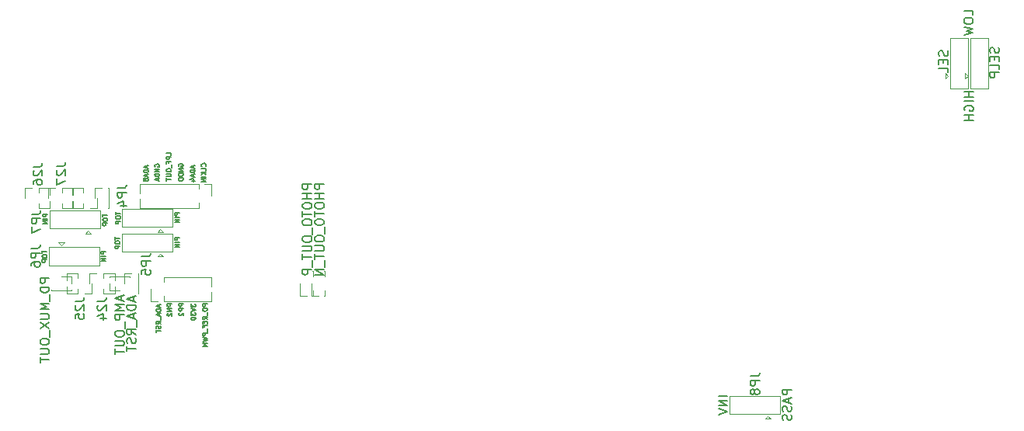
<source format=gbo>
G04 #@! TF.GenerationSoftware,KiCad,Pcbnew,(6.0.1-0)*
G04 #@! TF.CreationDate,2022-03-07T17:57:35+09:00*
G04 #@! TF.ProjectId,qLAMP-main,714c414d-502d-46d6-9169-6e2e6b696361,rev?*
G04 #@! TF.SameCoordinates,Original*
G04 #@! TF.FileFunction,Legend,Bot*
G04 #@! TF.FilePolarity,Positive*
%FSLAX46Y46*%
G04 Gerber Fmt 4.6, Leading zero omitted, Abs format (unit mm)*
G04 Created by KiCad (PCBNEW (6.0.1-0)) date 2022-03-07 17:57:35*
%MOMM*%
%LPD*%
G01*
G04 APERTURE LIST*
%ADD10C,0.127000*%
%ADD11C,0.150000*%
%ADD12C,0.149860*%
%ADD13C,0.120000*%
G04 APERTURE END LIST*
D10*
X102459809Y-108641047D02*
X101951809Y-108641047D01*
X101951809Y-108834571D01*
X101976000Y-108882952D01*
X102000190Y-108907142D01*
X102048571Y-108931333D01*
X102121142Y-108931333D01*
X102169523Y-108907142D01*
X102193714Y-108882952D01*
X102217904Y-108834571D01*
X102217904Y-108641047D01*
X102459809Y-109149047D02*
X101951809Y-109149047D01*
X101951809Y-109342571D01*
X101976000Y-109390952D01*
X102000190Y-109415142D01*
X102048571Y-109439333D01*
X102121142Y-109439333D01*
X102169523Y-109415142D01*
X102193714Y-109390952D01*
X102217904Y-109342571D01*
X102217904Y-109149047D01*
X102000190Y-109632857D02*
X101976000Y-109657047D01*
X101951809Y-109705428D01*
X101951809Y-109826380D01*
X101976000Y-109874761D01*
X102000190Y-109898952D01*
X102048571Y-109923142D01*
X102096952Y-109923142D01*
X102169523Y-109898952D01*
X102459809Y-109608666D01*
X102459809Y-109923142D01*
X103231809Y-108667047D02*
X103231809Y-108981523D01*
X103425333Y-108812190D01*
X103425333Y-108884761D01*
X103449523Y-108933142D01*
X103473714Y-108957333D01*
X103522095Y-108981523D01*
X103643047Y-108981523D01*
X103691428Y-108957333D01*
X103715619Y-108933142D01*
X103739809Y-108884761D01*
X103739809Y-108739619D01*
X103715619Y-108691238D01*
X103691428Y-108667047D01*
X103231809Y-109126666D02*
X103739809Y-109296000D01*
X103231809Y-109465333D01*
X103231809Y-109586285D02*
X103231809Y-109900761D01*
X103425333Y-109731428D01*
X103425333Y-109804000D01*
X103449523Y-109852380D01*
X103473714Y-109876571D01*
X103522095Y-109900761D01*
X103643047Y-109900761D01*
X103691428Y-109876571D01*
X103715619Y-109852380D01*
X103739809Y-109804000D01*
X103739809Y-109658857D01*
X103715619Y-109610476D01*
X103691428Y-109586285D01*
X103739809Y-110118476D02*
X103231809Y-110118476D01*
X103231809Y-110239428D01*
X103256000Y-110312000D01*
X103304380Y-110360380D01*
X103352761Y-110384571D01*
X103449523Y-110408761D01*
X103522095Y-110408761D01*
X103618857Y-110384571D01*
X103667238Y-110360380D01*
X103715619Y-110312000D01*
X103739809Y-110239428D01*
X103739809Y-110118476D01*
X87041809Y-102844761D02*
X87041809Y-103135047D01*
X87549809Y-102989904D02*
X87041809Y-102989904D01*
X87041809Y-103401142D02*
X87041809Y-103497904D01*
X87066000Y-103546285D01*
X87114380Y-103594666D01*
X87211142Y-103618857D01*
X87380476Y-103618857D01*
X87477238Y-103594666D01*
X87525619Y-103546285D01*
X87549809Y-103497904D01*
X87549809Y-103401142D01*
X87525619Y-103352761D01*
X87477238Y-103304380D01*
X87380476Y-103280190D01*
X87211142Y-103280190D01*
X87114380Y-103304380D01*
X87066000Y-103352761D01*
X87041809Y-103401142D01*
X87549809Y-103836571D02*
X87041809Y-103836571D01*
X87041809Y-104030095D01*
X87066000Y-104078476D01*
X87090190Y-104102666D01*
X87138571Y-104126857D01*
X87211142Y-104126857D01*
X87259523Y-104102666D01*
X87283714Y-104078476D01*
X87307904Y-104030095D01*
X87307904Y-103836571D01*
X99794666Y-108774380D02*
X99794666Y-109016285D01*
X99939809Y-108726000D02*
X99431809Y-108895333D01*
X99939809Y-109064666D01*
X99939809Y-109234000D02*
X99431809Y-109234000D01*
X99431809Y-109354952D01*
X99456000Y-109427523D01*
X99504380Y-109475904D01*
X99552761Y-109500095D01*
X99649523Y-109524285D01*
X99722095Y-109524285D01*
X99818857Y-109500095D01*
X99867238Y-109475904D01*
X99915619Y-109427523D01*
X99939809Y-109354952D01*
X99939809Y-109234000D01*
X99794666Y-109717809D02*
X99794666Y-109959714D01*
X99939809Y-109669428D02*
X99431809Y-109838761D01*
X99939809Y-110008095D01*
X99988190Y-110056476D02*
X99988190Y-110443523D01*
X99939809Y-110854761D02*
X99697904Y-110685428D01*
X99939809Y-110564476D02*
X99431809Y-110564476D01*
X99431809Y-110758000D01*
X99456000Y-110806380D01*
X99480190Y-110830571D01*
X99528571Y-110854761D01*
X99601142Y-110854761D01*
X99649523Y-110830571D01*
X99673714Y-110806380D01*
X99697904Y-110758000D01*
X99697904Y-110564476D01*
X99915619Y-111048285D02*
X99939809Y-111120857D01*
X99939809Y-111241809D01*
X99915619Y-111290190D01*
X99891428Y-111314380D01*
X99843047Y-111338571D01*
X99794666Y-111338571D01*
X99746285Y-111314380D01*
X99722095Y-111290190D01*
X99697904Y-111241809D01*
X99673714Y-111145047D01*
X99649523Y-111096666D01*
X99625333Y-111072476D01*
X99576952Y-111048285D01*
X99528571Y-111048285D01*
X99480190Y-111072476D01*
X99456000Y-111096666D01*
X99431809Y-111145047D01*
X99431809Y-111266000D01*
X99456000Y-111338571D01*
X99431809Y-111483714D02*
X99431809Y-111774000D01*
X99939809Y-111628857D02*
X99431809Y-111628857D01*
D11*
X95686666Y-107800952D02*
X95686666Y-108277142D01*
X95972380Y-107705714D02*
X94972380Y-108039047D01*
X95972380Y-108372380D01*
X95972380Y-108705714D02*
X94972380Y-108705714D01*
X95686666Y-109039047D01*
X94972380Y-109372380D01*
X95972380Y-109372380D01*
X95972380Y-109848571D02*
X94972380Y-109848571D01*
X94972380Y-110229523D01*
X95020000Y-110324761D01*
X95067619Y-110372380D01*
X95162857Y-110420000D01*
X95305714Y-110420000D01*
X95400952Y-110372380D01*
X95448571Y-110324761D01*
X95496190Y-110229523D01*
X95496190Y-109848571D01*
X96067619Y-110610476D02*
X96067619Y-111372380D01*
X94972380Y-111800952D02*
X94972380Y-111991428D01*
X95020000Y-112086666D01*
X95115238Y-112181904D01*
X95305714Y-112229523D01*
X95639047Y-112229523D01*
X95829523Y-112181904D01*
X95924761Y-112086666D01*
X95972380Y-111991428D01*
X95972380Y-111800952D01*
X95924761Y-111705714D01*
X95829523Y-111610476D01*
X95639047Y-111562857D01*
X95305714Y-111562857D01*
X95115238Y-111610476D01*
X95020000Y-111705714D01*
X94972380Y-111800952D01*
X94972380Y-112658095D02*
X95781904Y-112658095D01*
X95877142Y-112705714D01*
X95924761Y-112753333D01*
X95972380Y-112848571D01*
X95972380Y-113039047D01*
X95924761Y-113134285D01*
X95877142Y-113181904D01*
X95781904Y-113229523D01*
X94972380Y-113229523D01*
X94972380Y-113562857D02*
X94972380Y-114134285D01*
X95972380Y-113848571D02*
X94972380Y-113848571D01*
D10*
X93979809Y-102949904D02*
X93471809Y-102949904D01*
X93471809Y-103143428D01*
X93496000Y-103191809D01*
X93520190Y-103216000D01*
X93568571Y-103240190D01*
X93641142Y-103240190D01*
X93689523Y-103216000D01*
X93713714Y-103191809D01*
X93737904Y-103143428D01*
X93737904Y-102949904D01*
X93979809Y-103457904D02*
X93471809Y-103457904D01*
X93979809Y-103699809D02*
X93471809Y-103699809D01*
X93979809Y-103990095D01*
X93471809Y-103990095D01*
X104841428Y-93650571D02*
X104865619Y-93626380D01*
X104889809Y-93553809D01*
X104889809Y-93505428D01*
X104865619Y-93432857D01*
X104817238Y-93384476D01*
X104768857Y-93360285D01*
X104672095Y-93336095D01*
X104599523Y-93336095D01*
X104502761Y-93360285D01*
X104454380Y-93384476D01*
X104406000Y-93432857D01*
X104381809Y-93505428D01*
X104381809Y-93553809D01*
X104406000Y-93626380D01*
X104430190Y-93650571D01*
X104889809Y-94110190D02*
X104889809Y-93868285D01*
X104381809Y-93868285D01*
X104889809Y-94279523D02*
X104381809Y-94279523D01*
X104889809Y-94569809D02*
X104599523Y-94352095D01*
X104381809Y-94569809D02*
X104672095Y-94279523D01*
X104889809Y-94787523D02*
X104381809Y-94787523D01*
X104889809Y-95029428D02*
X104381809Y-95029428D01*
X104889809Y-95319714D01*
X104381809Y-95319714D01*
X105009809Y-108649809D02*
X104501809Y-108649809D01*
X104501809Y-108843333D01*
X104526000Y-108891714D01*
X104550190Y-108915904D01*
X104598571Y-108940095D01*
X104671142Y-108940095D01*
X104719523Y-108915904D01*
X104743714Y-108891714D01*
X104767904Y-108843333D01*
X104767904Y-108649809D01*
X105009809Y-109157809D02*
X104501809Y-109157809D01*
X104501809Y-109278761D01*
X104526000Y-109351333D01*
X104574380Y-109399714D01*
X104622761Y-109423904D01*
X104719523Y-109448095D01*
X104792095Y-109448095D01*
X104888857Y-109423904D01*
X104937238Y-109399714D01*
X104985619Y-109351333D01*
X105009809Y-109278761D01*
X105009809Y-109157809D01*
X105058190Y-109544857D02*
X105058190Y-109931904D01*
X105009809Y-110343142D02*
X104767904Y-110173809D01*
X105009809Y-110052857D02*
X104501809Y-110052857D01*
X104501809Y-110246380D01*
X104526000Y-110294761D01*
X104550190Y-110318952D01*
X104598571Y-110343142D01*
X104671142Y-110343142D01*
X104719523Y-110318952D01*
X104743714Y-110294761D01*
X104767904Y-110246380D01*
X104767904Y-110052857D01*
X104743714Y-110560857D02*
X104743714Y-110730190D01*
X105009809Y-110802761D02*
X105009809Y-110560857D01*
X104501809Y-110560857D01*
X104501809Y-110802761D01*
X104743714Y-111189809D02*
X104743714Y-111020476D01*
X105009809Y-111020476D02*
X104501809Y-111020476D01*
X104501809Y-111262380D01*
X105058190Y-111334952D02*
X105058190Y-111722000D01*
X105009809Y-111842952D02*
X104501809Y-111842952D01*
X104501809Y-112036476D01*
X104526000Y-112084857D01*
X104550190Y-112109047D01*
X104598571Y-112133238D01*
X104671142Y-112133238D01*
X104719523Y-112109047D01*
X104743714Y-112084857D01*
X104767904Y-112036476D01*
X104767904Y-111842952D01*
X104501809Y-112302571D02*
X105009809Y-112423523D01*
X104646952Y-112520285D01*
X105009809Y-112617047D01*
X104501809Y-112738000D01*
X105009809Y-112931523D02*
X104501809Y-112931523D01*
X104864666Y-113100857D01*
X104501809Y-113270190D01*
X105009809Y-113270190D01*
D11*
X185694761Y-81057142D02*
X185742380Y-81200000D01*
X185742380Y-81438095D01*
X185694761Y-81533333D01*
X185647142Y-81580952D01*
X185551904Y-81628571D01*
X185456666Y-81628571D01*
X185361428Y-81580952D01*
X185313809Y-81533333D01*
X185266190Y-81438095D01*
X185218571Y-81247619D01*
X185170952Y-81152380D01*
X185123333Y-81104761D01*
X185028095Y-81057142D01*
X184932857Y-81057142D01*
X184837619Y-81104761D01*
X184790000Y-81152380D01*
X184742380Y-81247619D01*
X184742380Y-81485714D01*
X184790000Y-81628571D01*
X185218571Y-82057142D02*
X185218571Y-82390476D01*
X185742380Y-82533333D02*
X185742380Y-82057142D01*
X184742380Y-82057142D01*
X184742380Y-82533333D01*
X185742380Y-83438095D02*
X185742380Y-82961904D01*
X184742380Y-82961904D01*
X188512380Y-85522380D02*
X187512380Y-85522380D01*
X187988571Y-85522380D02*
X187988571Y-86093809D01*
X188512380Y-86093809D02*
X187512380Y-86093809D01*
X188512380Y-86570000D02*
X187512380Y-86570000D01*
X187560000Y-87570000D02*
X187512380Y-87474761D01*
X187512380Y-87331904D01*
X187560000Y-87189047D01*
X187655238Y-87093809D01*
X187750476Y-87046190D01*
X187940952Y-86998571D01*
X188083809Y-86998571D01*
X188274285Y-87046190D01*
X188369523Y-87093809D01*
X188464761Y-87189047D01*
X188512380Y-87331904D01*
X188512380Y-87427142D01*
X188464761Y-87570000D01*
X188417142Y-87617619D01*
X188083809Y-87617619D01*
X188083809Y-87427142D01*
X188512380Y-88046190D02*
X187512380Y-88046190D01*
X187988571Y-88046190D02*
X187988571Y-88617619D01*
X188512380Y-88617619D02*
X187512380Y-88617619D01*
D10*
X101999809Y-101429904D02*
X101491809Y-101429904D01*
X101491809Y-101623428D01*
X101516000Y-101671809D01*
X101540190Y-101696000D01*
X101588571Y-101720190D01*
X101661142Y-101720190D01*
X101709523Y-101696000D01*
X101733714Y-101671809D01*
X101757904Y-101623428D01*
X101757904Y-101429904D01*
X101999809Y-101937904D02*
X101491809Y-101937904D01*
X101999809Y-102179809D02*
X101491809Y-102179809D01*
X101999809Y-102470095D01*
X101491809Y-102470095D01*
X95001809Y-101374761D02*
X95001809Y-101665047D01*
X95509809Y-101519904D02*
X95001809Y-101519904D01*
X95001809Y-101931142D02*
X95001809Y-102027904D01*
X95026000Y-102076285D01*
X95074380Y-102124666D01*
X95171142Y-102148857D01*
X95340476Y-102148857D01*
X95437238Y-102124666D01*
X95485619Y-102076285D01*
X95509809Y-102027904D01*
X95509809Y-101931142D01*
X95485619Y-101882761D01*
X95437238Y-101834380D01*
X95340476Y-101810190D01*
X95171142Y-101810190D01*
X95074380Y-101834380D01*
X95026000Y-101882761D01*
X95001809Y-101931142D01*
X95509809Y-102366571D02*
X95001809Y-102366571D01*
X95001809Y-102560095D01*
X95026000Y-102608476D01*
X95050190Y-102632666D01*
X95098571Y-102656857D01*
X95171142Y-102656857D01*
X95219523Y-102632666D01*
X95243714Y-102608476D01*
X95267904Y-102560095D01*
X95267904Y-102366571D01*
X101959809Y-98739904D02*
X101451809Y-98739904D01*
X101451809Y-98933428D01*
X101476000Y-98981809D01*
X101500190Y-99006000D01*
X101548571Y-99030190D01*
X101621142Y-99030190D01*
X101669523Y-99006000D01*
X101693714Y-98981809D01*
X101717904Y-98933428D01*
X101717904Y-98739904D01*
X101959809Y-99247904D02*
X101451809Y-99247904D01*
X101959809Y-99489809D02*
X101451809Y-99489809D01*
X101959809Y-99780095D01*
X101451809Y-99780095D01*
D11*
X117752374Y-95601428D02*
X116752374Y-95601428D01*
X116752374Y-95982380D01*
X116799994Y-96077619D01*
X116847613Y-96125238D01*
X116942851Y-96172857D01*
X117085708Y-96172857D01*
X117180946Y-96125238D01*
X117228565Y-96077619D01*
X117276184Y-95982380D01*
X117276184Y-95601428D01*
X117752374Y-96601428D02*
X116752374Y-96601428D01*
X117228565Y-96601428D02*
X117228565Y-97172857D01*
X117752374Y-97172857D02*
X116752374Y-97172857D01*
X116752374Y-97839523D02*
X116752374Y-98030000D01*
X116799994Y-98125238D01*
X116895232Y-98220476D01*
X117085708Y-98268095D01*
X117419041Y-98268095D01*
X117609517Y-98220476D01*
X117704755Y-98125238D01*
X117752374Y-98030000D01*
X117752374Y-97839523D01*
X117704755Y-97744285D01*
X117609517Y-97649047D01*
X117419041Y-97601428D01*
X117085708Y-97601428D01*
X116895232Y-97649047D01*
X116799994Y-97744285D01*
X116752374Y-97839523D01*
X116752374Y-98553809D02*
X116752374Y-99125238D01*
X117752374Y-98839523D02*
X116752374Y-98839523D01*
X116752374Y-99649047D02*
X116752374Y-99839523D01*
X116799994Y-99934761D01*
X116895232Y-100030000D01*
X117085708Y-100077619D01*
X117419041Y-100077619D01*
X117609517Y-100030000D01*
X117704755Y-99934761D01*
X117752374Y-99839523D01*
X117752374Y-99649047D01*
X117704755Y-99553809D01*
X117609517Y-99458571D01*
X117419041Y-99410952D01*
X117085708Y-99410952D01*
X116895232Y-99458571D01*
X116799994Y-99553809D01*
X116752374Y-99649047D01*
X117847613Y-100268095D02*
X117847613Y-101030000D01*
X116752374Y-101458571D02*
X116752374Y-101649047D01*
X116799994Y-101744285D01*
X116895232Y-101839523D01*
X117085708Y-101887142D01*
X117419041Y-101887142D01*
X117609517Y-101839523D01*
X117704755Y-101744285D01*
X117752374Y-101649047D01*
X117752374Y-101458571D01*
X117704755Y-101363333D01*
X117609517Y-101268095D01*
X117419041Y-101220476D01*
X117085708Y-101220476D01*
X116895232Y-101268095D01*
X116799994Y-101363333D01*
X116752374Y-101458571D01*
X116752374Y-102315714D02*
X117561898Y-102315714D01*
X117657136Y-102363333D01*
X117704755Y-102410952D01*
X117752374Y-102506190D01*
X117752374Y-102696666D01*
X117704755Y-102791904D01*
X117657136Y-102839523D01*
X117561898Y-102887142D01*
X116752374Y-102887142D01*
X116752374Y-103220476D02*
X116752374Y-103791904D01*
X117752374Y-103506190D02*
X116752374Y-103506190D01*
X117847613Y-103887142D02*
X117847613Y-104649047D01*
X117752374Y-104887142D02*
X116752374Y-104887142D01*
X117752374Y-105458571D01*
X116752374Y-105458571D01*
D10*
X87639809Y-98859904D02*
X87131809Y-98859904D01*
X87131809Y-99053428D01*
X87156000Y-99101809D01*
X87180190Y-99126000D01*
X87228571Y-99150190D01*
X87301142Y-99150190D01*
X87349523Y-99126000D01*
X87373714Y-99101809D01*
X87397904Y-99053428D01*
X87397904Y-98859904D01*
X87639809Y-99367904D02*
X87131809Y-99367904D01*
X87639809Y-99609809D02*
X87131809Y-99609809D01*
X87639809Y-99900095D01*
X87131809Y-99900095D01*
D11*
X191264761Y-80717142D02*
X191312380Y-80860000D01*
X191312380Y-81098095D01*
X191264761Y-81193333D01*
X191217142Y-81240952D01*
X191121904Y-81288571D01*
X191026666Y-81288571D01*
X190931428Y-81240952D01*
X190883809Y-81193333D01*
X190836190Y-81098095D01*
X190788571Y-80907619D01*
X190740952Y-80812380D01*
X190693333Y-80764761D01*
X190598095Y-80717142D01*
X190502857Y-80717142D01*
X190407619Y-80764761D01*
X190360000Y-80812380D01*
X190312380Y-80907619D01*
X190312380Y-81145714D01*
X190360000Y-81288571D01*
X190788571Y-81717142D02*
X190788571Y-82050476D01*
X191312380Y-82193333D02*
X191312380Y-81717142D01*
X190312380Y-81717142D01*
X190312380Y-82193333D01*
X191312380Y-83098095D02*
X191312380Y-82621904D01*
X190312380Y-82621904D01*
X191312380Y-83431428D02*
X190312380Y-83431428D01*
X190312380Y-83812380D01*
X190360000Y-83907619D01*
X190407619Y-83955238D01*
X190502857Y-84002857D01*
X190645714Y-84002857D01*
X190740952Y-83955238D01*
X190788571Y-83907619D01*
X190836190Y-83812380D01*
X190836190Y-83431428D01*
D10*
X95061809Y-98644761D02*
X95061809Y-98935047D01*
X95569809Y-98789904D02*
X95061809Y-98789904D01*
X95061809Y-99201142D02*
X95061809Y-99297904D01*
X95086000Y-99346285D01*
X95134380Y-99394666D01*
X95231142Y-99418857D01*
X95400476Y-99418857D01*
X95497238Y-99394666D01*
X95545619Y-99346285D01*
X95569809Y-99297904D01*
X95569809Y-99201142D01*
X95545619Y-99152761D01*
X95497238Y-99104380D01*
X95400476Y-99080190D01*
X95231142Y-99080190D01*
X95134380Y-99104380D01*
X95086000Y-99152761D01*
X95061809Y-99201142D01*
X95569809Y-99636571D02*
X95061809Y-99636571D01*
X95061809Y-99830095D01*
X95086000Y-99878476D01*
X95110190Y-99902666D01*
X95158571Y-99926857D01*
X95231142Y-99926857D01*
X95279523Y-99902666D01*
X95303714Y-99878476D01*
X95327904Y-99830095D01*
X95327904Y-99636571D01*
X101189809Y-108648952D02*
X100681809Y-108648952D01*
X100681809Y-108842476D01*
X100706000Y-108890857D01*
X100730190Y-108915047D01*
X100778571Y-108939238D01*
X100851142Y-108939238D01*
X100899523Y-108915047D01*
X100923714Y-108890857D01*
X100947904Y-108842476D01*
X100947904Y-108648952D01*
X101189809Y-109156952D02*
X100681809Y-109156952D01*
X101189809Y-109447238D01*
X100681809Y-109447238D01*
X100730190Y-109664952D02*
X100706000Y-109689142D01*
X100681809Y-109737523D01*
X100681809Y-109858476D01*
X100706000Y-109906857D01*
X100730190Y-109931047D01*
X100778571Y-109955238D01*
X100826952Y-109955238D01*
X100899523Y-109931047D01*
X101189809Y-109640761D01*
X101189809Y-109955238D01*
X98454675Y-93575425D02*
X98454675Y-93817330D01*
X98599818Y-93527044D02*
X98091818Y-93696377D01*
X98599818Y-93865711D01*
X98599818Y-94035044D02*
X98091818Y-94035044D01*
X98091818Y-94155997D01*
X98116009Y-94228568D01*
X98164389Y-94276949D01*
X98212770Y-94301139D01*
X98309532Y-94325330D01*
X98382104Y-94325330D01*
X98478866Y-94301139D01*
X98527247Y-94276949D01*
X98575628Y-94228568D01*
X98599818Y-94155997D01*
X98599818Y-94035044D01*
X98454675Y-94518854D02*
X98454675Y-94760758D01*
X98599818Y-94470473D02*
X98091818Y-94639806D01*
X98599818Y-94809139D01*
X98309532Y-95051044D02*
X98285342Y-95002663D01*
X98261151Y-94978473D01*
X98212770Y-94954282D01*
X98188580Y-94954282D01*
X98140199Y-94978473D01*
X98116009Y-95002663D01*
X98091818Y-95051044D01*
X98091818Y-95147806D01*
X98116009Y-95196187D01*
X98140199Y-95220377D01*
X98188580Y-95244568D01*
X98212770Y-95244568D01*
X98261151Y-95220377D01*
X98285342Y-95196187D01*
X98309532Y-95147806D01*
X98309532Y-95051044D01*
X98333723Y-95002663D01*
X98357913Y-94978473D01*
X98406294Y-94954282D01*
X98503056Y-94954282D01*
X98551437Y-94978473D01*
X98575628Y-95002663D01*
X98599818Y-95051044D01*
X98599818Y-95147806D01*
X98575628Y-95196187D01*
X98551437Y-95220377D01*
X98503056Y-95244568D01*
X98406294Y-95244568D01*
X98357913Y-95220377D01*
X98333723Y-95196187D01*
X98309532Y-95147806D01*
D12*
X161722390Y-118697621D02*
X160722390Y-118697621D01*
X161722390Y-119173811D02*
X160722390Y-119173811D01*
X161722390Y-119745240D01*
X160722390Y-119745240D01*
X160722390Y-120078573D02*
X161722390Y-120411906D01*
X160722390Y-120745240D01*
D11*
X96966676Y-107915235D02*
X96966676Y-108391425D01*
X97252390Y-107819997D02*
X96252390Y-108153330D01*
X97252390Y-108486663D01*
X97252390Y-108819997D02*
X96252390Y-108819997D01*
X96252390Y-109058092D01*
X96300010Y-109200949D01*
X96395248Y-109296187D01*
X96490486Y-109343806D01*
X96680962Y-109391425D01*
X96823819Y-109391425D01*
X97014295Y-109343806D01*
X97109533Y-109296187D01*
X97204771Y-109200949D01*
X97252390Y-109058092D01*
X97252390Y-108819997D01*
X96966676Y-109772377D02*
X96966676Y-110248568D01*
X97252390Y-109677139D02*
X96252390Y-110010473D01*
X97252390Y-110343806D01*
X97347629Y-110439044D02*
X97347629Y-111200949D01*
X97252390Y-112010473D02*
X96776200Y-111677139D01*
X97252390Y-111439044D02*
X96252390Y-111439044D01*
X96252390Y-111819997D01*
X96300010Y-111915235D01*
X96347629Y-111962854D01*
X96442867Y-112010473D01*
X96585724Y-112010473D01*
X96680962Y-111962854D01*
X96728581Y-111915235D01*
X96776200Y-111819997D01*
X96776200Y-111439044D01*
X97204771Y-112391425D02*
X97252390Y-112534282D01*
X97252390Y-112772377D01*
X97204771Y-112867616D01*
X97157152Y-112915235D01*
X97061914Y-112962854D01*
X96966676Y-112962854D01*
X96871438Y-112915235D01*
X96823819Y-112867616D01*
X96776200Y-112772377D01*
X96728581Y-112581901D01*
X96680962Y-112486663D01*
X96633343Y-112439044D01*
X96538105Y-112391425D01*
X96442867Y-112391425D01*
X96347629Y-112439044D01*
X96300010Y-112486663D01*
X96252390Y-112581901D01*
X96252390Y-112819997D01*
X96300010Y-112962854D01*
X96252390Y-113248568D02*
X96252390Y-113819997D01*
X97252390Y-113534282D02*
X96252390Y-113534282D01*
D10*
X93651809Y-98854761D02*
X93651809Y-99145047D01*
X94159809Y-98999904D02*
X93651809Y-98999904D01*
X93651809Y-99411142D02*
X93651809Y-99507904D01*
X93676000Y-99556285D01*
X93724380Y-99604666D01*
X93821142Y-99628857D01*
X93990476Y-99628857D01*
X94087238Y-99604666D01*
X94135619Y-99556285D01*
X94159809Y-99507904D01*
X94159809Y-99411142D01*
X94135619Y-99362761D01*
X94087238Y-99314380D01*
X93990476Y-99290190D01*
X93821142Y-99290190D01*
X93724380Y-99314380D01*
X93676000Y-99362761D01*
X93651809Y-99411142D01*
X94159809Y-99846571D02*
X93651809Y-99846571D01*
X93651809Y-100040095D01*
X93676000Y-100088476D01*
X93700190Y-100112666D01*
X93748571Y-100136857D01*
X93821142Y-100136857D01*
X93869523Y-100112666D01*
X93893714Y-100088476D01*
X93917904Y-100040095D01*
X93917904Y-99846571D01*
D11*
X188482380Y-77174285D02*
X188482380Y-76698095D01*
X187482380Y-76698095D01*
X187482380Y-77698095D02*
X187482380Y-77888571D01*
X187530000Y-77983809D01*
X187625238Y-78079047D01*
X187815714Y-78126666D01*
X188149047Y-78126666D01*
X188339523Y-78079047D01*
X188434761Y-77983809D01*
X188482380Y-77888571D01*
X188482380Y-77698095D01*
X188434761Y-77602857D01*
X188339523Y-77507619D01*
X188149047Y-77460000D01*
X187815714Y-77460000D01*
X187625238Y-77507619D01*
X187530000Y-77602857D01*
X187482380Y-77698095D01*
X187482380Y-78460000D02*
X188482380Y-78698095D01*
X187768095Y-78888571D01*
X188482380Y-79079047D01*
X187482380Y-79317142D01*
D10*
X103514660Y-93605422D02*
X103514660Y-93847327D01*
X103659803Y-93557041D02*
X103151803Y-93726374D01*
X103659803Y-93895708D01*
X103659803Y-94065041D02*
X103151803Y-94065041D01*
X103151803Y-94185994D01*
X103175994Y-94258565D01*
X103224374Y-94306946D01*
X103272755Y-94331136D01*
X103369517Y-94355327D01*
X103442089Y-94355327D01*
X103538851Y-94331136D01*
X103587232Y-94306946D01*
X103635613Y-94258565D01*
X103659803Y-94185994D01*
X103659803Y-94065041D01*
X103514660Y-94548851D02*
X103514660Y-94790755D01*
X103659803Y-94500470D02*
X103151803Y-94669803D01*
X103659803Y-94839136D01*
X103321136Y-95226184D02*
X103659803Y-95226184D01*
X103127613Y-95105232D02*
X103490470Y-94984279D01*
X103490470Y-95298755D01*
D12*
X87802370Y-105836193D02*
X86802370Y-105836193D01*
X86802370Y-106217145D01*
X86849990Y-106312383D01*
X86897609Y-106360003D01*
X86992847Y-106407622D01*
X87135704Y-106407622D01*
X87230942Y-106360003D01*
X87278561Y-106312383D01*
X87326180Y-106217145D01*
X87326180Y-105836193D01*
X87802370Y-106836193D02*
X86802370Y-106836193D01*
X86802370Y-107074288D01*
X86849990Y-107217145D01*
X86945228Y-107312383D01*
X87040466Y-107360003D01*
X87230942Y-107407622D01*
X87373799Y-107407622D01*
X87564275Y-107360003D01*
X87659513Y-107312383D01*
X87754751Y-107217145D01*
X87802370Y-107074288D01*
X87802370Y-106836193D01*
X87897609Y-107598098D02*
X87897609Y-108360003D01*
X87802370Y-108598098D02*
X86802370Y-108598098D01*
X87516656Y-108931431D01*
X86802370Y-109264764D01*
X87802370Y-109264764D01*
X86802370Y-109740955D02*
X87611894Y-109740955D01*
X87707132Y-109788574D01*
X87754751Y-109836193D01*
X87802370Y-109931431D01*
X87802370Y-110121907D01*
X87754751Y-110217145D01*
X87707132Y-110264764D01*
X87611894Y-110312383D01*
X86802370Y-110312383D01*
X86802370Y-110693336D02*
X87802370Y-111360003D01*
X86802370Y-111360003D02*
X87802370Y-110693336D01*
X87897609Y-111502860D02*
X87897609Y-112264764D01*
X86802370Y-112693336D02*
X86802370Y-112883812D01*
X86849990Y-112979050D01*
X86945228Y-113074288D01*
X87135704Y-113121907D01*
X87469037Y-113121907D01*
X87659513Y-113074288D01*
X87754751Y-112979050D01*
X87802370Y-112883812D01*
X87802370Y-112693336D01*
X87754751Y-112598098D01*
X87659513Y-112502860D01*
X87469037Y-112455241D01*
X87135704Y-112455241D01*
X86945228Y-112502860D01*
X86849990Y-112598098D01*
X86802370Y-112693336D01*
X86802370Y-113550479D02*
X87611894Y-113550479D01*
X87707132Y-113598098D01*
X87754751Y-113645717D01*
X87802370Y-113740955D01*
X87802370Y-113931431D01*
X87754751Y-114026669D01*
X87707132Y-114074288D01*
X87611894Y-114121907D01*
X86802370Y-114121907D01*
X86802370Y-114455241D02*
X86802370Y-115026669D01*
X87802370Y-114740955D02*
X86802370Y-114740955D01*
X86052385Y-93700472D02*
X86766671Y-93700472D01*
X86909528Y-93652853D01*
X87004766Y-93557615D01*
X87052385Y-93414757D01*
X87052385Y-93319519D01*
X86147624Y-94129043D02*
X86100005Y-94176662D01*
X86052385Y-94271900D01*
X86052385Y-94509996D01*
X86100005Y-94605234D01*
X86147624Y-94652853D01*
X86242862Y-94700472D01*
X86338100Y-94700472D01*
X86480957Y-94652853D01*
X87052385Y-94081424D01*
X87052385Y-94700472D01*
X86052385Y-95557615D02*
X86052385Y-95367138D01*
X86100005Y-95271900D01*
X86147624Y-95224281D01*
X86290481Y-95129043D01*
X86480957Y-95081424D01*
X86861909Y-95081424D01*
X86957147Y-95129043D01*
X87004766Y-95176662D01*
X87052385Y-95271900D01*
X87052385Y-95462376D01*
X87004766Y-95557615D01*
X86957147Y-95605234D01*
X86861909Y-95652853D01*
X86623814Y-95652853D01*
X86528576Y-95605234D01*
X86480957Y-95557615D01*
X86433338Y-95462376D01*
X86433338Y-95271900D01*
X86480957Y-95176662D01*
X86528576Y-95129043D01*
X86623814Y-95081424D01*
D10*
X99336000Y-93705238D02*
X99311809Y-93656857D01*
X99311809Y-93584285D01*
X99336000Y-93511714D01*
X99384380Y-93463333D01*
X99432761Y-93439142D01*
X99529523Y-93414952D01*
X99602095Y-93414952D01*
X99698857Y-93439142D01*
X99747238Y-93463333D01*
X99795619Y-93511714D01*
X99819809Y-93584285D01*
X99819809Y-93632666D01*
X99795619Y-93705238D01*
X99771428Y-93729428D01*
X99602095Y-93729428D01*
X99602095Y-93632666D01*
X99819809Y-93947142D02*
X99311809Y-93947142D01*
X99819809Y-94237428D01*
X99311809Y-94237428D01*
X99819809Y-94479333D02*
X99311809Y-94479333D01*
X99311809Y-94600285D01*
X99336000Y-94672857D01*
X99384380Y-94721238D01*
X99432761Y-94745428D01*
X99529523Y-94769619D01*
X99602095Y-94769619D01*
X99698857Y-94745428D01*
X99747238Y-94721238D01*
X99795619Y-94672857D01*
X99819809Y-94600285D01*
X99819809Y-94479333D01*
X99674666Y-94963142D02*
X99674666Y-95205047D01*
X99819809Y-94914761D02*
X99311809Y-95084095D01*
X99819809Y-95253428D01*
D11*
X116412380Y-95625238D02*
X115412380Y-95625238D01*
X115412380Y-96006190D01*
X115460000Y-96101428D01*
X115507619Y-96149047D01*
X115602857Y-96196666D01*
X115745714Y-96196666D01*
X115840952Y-96149047D01*
X115888571Y-96101428D01*
X115936190Y-96006190D01*
X115936190Y-95625238D01*
X116412380Y-96625238D02*
X115412380Y-96625238D01*
X115888571Y-96625238D02*
X115888571Y-97196666D01*
X116412380Y-97196666D02*
X115412380Y-97196666D01*
X115412380Y-97863333D02*
X115412380Y-98053809D01*
X115460000Y-98149047D01*
X115555238Y-98244285D01*
X115745714Y-98291904D01*
X116079047Y-98291904D01*
X116269523Y-98244285D01*
X116364761Y-98149047D01*
X116412380Y-98053809D01*
X116412380Y-97863333D01*
X116364761Y-97768095D01*
X116269523Y-97672857D01*
X116079047Y-97625238D01*
X115745714Y-97625238D01*
X115555238Y-97672857D01*
X115460000Y-97768095D01*
X115412380Y-97863333D01*
X115412380Y-98577619D02*
X115412380Y-99149047D01*
X116412380Y-98863333D02*
X115412380Y-98863333D01*
X115412380Y-99672857D02*
X115412380Y-99863333D01*
X115460000Y-99958571D01*
X115555238Y-100053809D01*
X115745714Y-100101428D01*
X116079047Y-100101428D01*
X116269523Y-100053809D01*
X116364761Y-99958571D01*
X116412380Y-99863333D01*
X116412380Y-99672857D01*
X116364761Y-99577619D01*
X116269523Y-99482380D01*
X116079047Y-99434761D01*
X115745714Y-99434761D01*
X115555238Y-99482380D01*
X115460000Y-99577619D01*
X115412380Y-99672857D01*
X116507619Y-100291904D02*
X116507619Y-101053809D01*
X115412380Y-101482380D02*
X115412380Y-101672857D01*
X115460000Y-101768095D01*
X115555238Y-101863333D01*
X115745714Y-101910952D01*
X116079047Y-101910952D01*
X116269523Y-101863333D01*
X116364761Y-101768095D01*
X116412380Y-101672857D01*
X116412380Y-101482380D01*
X116364761Y-101387142D01*
X116269523Y-101291904D01*
X116079047Y-101244285D01*
X115745714Y-101244285D01*
X115555238Y-101291904D01*
X115460000Y-101387142D01*
X115412380Y-101482380D01*
X115412380Y-102339523D02*
X116221904Y-102339523D01*
X116317142Y-102387142D01*
X116364761Y-102434761D01*
X116412380Y-102530000D01*
X116412380Y-102720476D01*
X116364761Y-102815714D01*
X116317142Y-102863333D01*
X116221904Y-102910952D01*
X115412380Y-102910952D01*
X115412380Y-103244285D02*
X115412380Y-103815714D01*
X116412380Y-103530000D02*
X115412380Y-103530000D01*
X116507619Y-103910952D02*
X116507619Y-104672857D01*
X116412380Y-104910952D02*
X115412380Y-104910952D01*
X115412380Y-105291904D01*
X115460000Y-105387142D01*
X115507619Y-105434761D01*
X115602857Y-105482380D01*
X115745714Y-105482380D01*
X115840952Y-105434761D01*
X115888571Y-105387142D01*
X115936190Y-105291904D01*
X115936190Y-104910952D01*
D10*
X101095800Y-92461297D02*
X101095800Y-92219392D01*
X100587800Y-92219392D01*
X101095800Y-92630631D02*
X100587800Y-92630631D01*
X100587800Y-92824154D01*
X100611991Y-92872535D01*
X100636181Y-92896726D01*
X100684562Y-92920916D01*
X100757133Y-92920916D01*
X100805514Y-92896726D01*
X100829705Y-92872535D01*
X100853895Y-92824154D01*
X100853895Y-92630631D01*
X100829705Y-93307964D02*
X100829705Y-93138631D01*
X101095800Y-93138631D02*
X100587800Y-93138631D01*
X100587800Y-93380535D01*
X101144181Y-93453107D02*
X101144181Y-93840154D01*
X100587800Y-94057869D02*
X100587800Y-94154631D01*
X100611991Y-94203012D01*
X100660371Y-94251392D01*
X100757133Y-94275583D01*
X100926467Y-94275583D01*
X101023229Y-94251392D01*
X101071610Y-94203012D01*
X101095800Y-94154631D01*
X101095800Y-94057869D01*
X101071610Y-94009488D01*
X101023229Y-93961107D01*
X100926467Y-93936916D01*
X100757133Y-93936916D01*
X100660371Y-93961107D01*
X100611991Y-94009488D01*
X100587800Y-94057869D01*
X100587800Y-94493297D02*
X100999038Y-94493297D01*
X101047419Y-94517488D01*
X101071610Y-94541678D01*
X101095800Y-94590059D01*
X101095800Y-94686821D01*
X101071610Y-94735202D01*
X101047419Y-94759392D01*
X100999038Y-94783583D01*
X100587800Y-94783583D01*
X100587800Y-94952916D02*
X100587800Y-95243202D01*
X101095800Y-95098059D02*
X100587800Y-95098059D01*
D12*
X168702386Y-117987154D02*
X167702386Y-117987154D01*
X167702386Y-118368107D01*
X167750006Y-118463345D01*
X167797625Y-118510964D01*
X167892863Y-118558583D01*
X168035720Y-118558583D01*
X168130958Y-118510964D01*
X168178577Y-118463345D01*
X168226196Y-118368107D01*
X168226196Y-117987154D01*
X168416672Y-118939535D02*
X168416672Y-119415726D01*
X168702386Y-118844297D02*
X167702386Y-119177631D01*
X168702386Y-119510964D01*
X168654767Y-119796678D02*
X168702386Y-119939535D01*
X168702386Y-120177631D01*
X168654767Y-120272869D01*
X168607148Y-120320488D01*
X168511910Y-120368107D01*
X168416672Y-120368107D01*
X168321434Y-120320488D01*
X168273815Y-120272869D01*
X168226196Y-120177631D01*
X168178577Y-119987154D01*
X168130958Y-119891916D01*
X168083339Y-119844297D01*
X167988101Y-119796678D01*
X167892863Y-119796678D01*
X167797625Y-119844297D01*
X167750006Y-119891916D01*
X167702386Y-119987154D01*
X167702386Y-120225250D01*
X167750006Y-120368107D01*
X168654767Y-120749059D02*
X168702386Y-120891916D01*
X168702386Y-121130012D01*
X168654767Y-121225250D01*
X168607148Y-121272869D01*
X168511910Y-121320488D01*
X168416672Y-121320488D01*
X168321434Y-121272869D01*
X168273815Y-121225250D01*
X168226196Y-121130012D01*
X168178577Y-120939535D01*
X168130958Y-120844297D01*
X168083339Y-120796678D01*
X167988101Y-120749059D01*
X167892863Y-120749059D01*
X167797625Y-120796678D01*
X167750006Y-120844297D01*
X167702386Y-120939535D01*
X167702386Y-121177631D01*
X167750006Y-121320488D01*
D10*
X101916000Y-93668952D02*
X101891809Y-93620571D01*
X101891809Y-93548000D01*
X101916000Y-93475428D01*
X101964380Y-93427047D01*
X102012761Y-93402857D01*
X102109523Y-93378666D01*
X102182095Y-93378666D01*
X102278857Y-93402857D01*
X102327238Y-93427047D01*
X102375619Y-93475428D01*
X102399809Y-93548000D01*
X102399809Y-93596380D01*
X102375619Y-93668952D01*
X102351428Y-93693142D01*
X102182095Y-93693142D01*
X102182095Y-93596380D01*
X102399809Y-93910857D02*
X101891809Y-93910857D01*
X102399809Y-94201142D01*
X101891809Y-94201142D01*
X102399809Y-94443047D02*
X101891809Y-94443047D01*
X101891809Y-94564000D01*
X101916000Y-94636571D01*
X101964380Y-94684952D01*
X102012761Y-94709142D01*
X102109523Y-94733333D01*
X102182095Y-94733333D01*
X102278857Y-94709142D01*
X102327238Y-94684952D01*
X102375619Y-94636571D01*
X102399809Y-94564000D01*
X102399809Y-94443047D01*
X102399809Y-94951047D02*
X101891809Y-94951047D01*
X101891809Y-95072000D01*
X101916000Y-95144571D01*
X101964380Y-95192952D01*
X102012761Y-95217142D01*
X102109523Y-95241333D01*
X102182095Y-95241333D01*
X102278857Y-95217142D01*
X102327238Y-95192952D01*
X102375619Y-95144571D01*
X102399809Y-95072000D01*
X102399809Y-94951047D01*
D11*
X85872380Y-98876666D02*
X86586666Y-98876666D01*
X86729523Y-98829047D01*
X86824761Y-98733809D01*
X86872380Y-98590952D01*
X86872380Y-98495714D01*
X86872380Y-99352857D02*
X85872380Y-99352857D01*
X85872380Y-99733809D01*
X85920000Y-99829047D01*
X85967619Y-99876666D01*
X86062857Y-99924285D01*
X86205714Y-99924285D01*
X86300952Y-99876666D01*
X86348571Y-99829047D01*
X86396190Y-99733809D01*
X86396190Y-99352857D01*
X85872380Y-100257619D02*
X85872380Y-100924285D01*
X86872380Y-100495714D01*
X85812380Y-102616666D02*
X86526666Y-102616666D01*
X86669523Y-102569047D01*
X86764761Y-102473809D01*
X86812380Y-102330952D01*
X86812380Y-102235714D01*
X86812380Y-103092857D02*
X85812380Y-103092857D01*
X85812380Y-103473809D01*
X85860000Y-103569047D01*
X85907619Y-103616666D01*
X86002857Y-103664285D01*
X86145714Y-103664285D01*
X86240952Y-103616666D01*
X86288571Y-103569047D01*
X86336190Y-103473809D01*
X86336190Y-103092857D01*
X85812380Y-104521428D02*
X85812380Y-104330952D01*
X85860000Y-104235714D01*
X85907619Y-104188095D01*
X86050476Y-104092857D01*
X86240952Y-104045238D01*
X86621904Y-104045238D01*
X86717142Y-104092857D01*
X86764761Y-104140476D01*
X86812380Y-104235714D01*
X86812380Y-104426190D01*
X86764761Y-104521428D01*
X86717142Y-104569047D01*
X86621904Y-104616666D01*
X86383809Y-104616666D01*
X86288571Y-104569047D01*
X86240952Y-104521428D01*
X86193333Y-104426190D01*
X86193333Y-104235714D01*
X86240952Y-104140476D01*
X86288571Y-104092857D01*
X86383809Y-104045238D01*
X95229742Y-96026666D02*
X95944028Y-96026666D01*
X96086885Y-95979047D01*
X96182123Y-95883809D01*
X96229742Y-95740952D01*
X96229742Y-95645714D01*
X96229742Y-96502857D02*
X95229742Y-96502857D01*
X95229742Y-96883809D01*
X95277362Y-96979047D01*
X95324981Y-97026666D01*
X95420219Y-97074285D01*
X95563076Y-97074285D01*
X95658314Y-97026666D01*
X95705933Y-96979047D01*
X95753552Y-96883809D01*
X95753552Y-96502857D01*
X95563076Y-97931428D02*
X96229742Y-97931428D01*
X95182123Y-97693333D02*
X95896409Y-97455238D01*
X95896409Y-98074285D01*
X97859742Y-103496666D02*
X98574028Y-103496666D01*
X98716885Y-103449047D01*
X98812123Y-103353809D01*
X98859742Y-103210952D01*
X98859742Y-103115714D01*
X98859742Y-103972857D02*
X97859742Y-103972857D01*
X97859742Y-104353809D01*
X97907362Y-104449047D01*
X97954981Y-104496666D01*
X98050219Y-104544285D01*
X98193076Y-104544285D01*
X98288314Y-104496666D01*
X98335933Y-104449047D01*
X98383552Y-104353809D01*
X98383552Y-103972857D01*
X97859742Y-105449047D02*
X97859742Y-104972857D01*
X98335933Y-104925238D01*
X98288314Y-104972857D01*
X98240695Y-105068095D01*
X98240695Y-105306190D01*
X98288314Y-105401428D01*
X98335933Y-105449047D01*
X98431171Y-105496666D01*
X98669266Y-105496666D01*
X98764504Y-105449047D01*
X98812123Y-105401428D01*
X98859742Y-105306190D01*
X98859742Y-105068095D01*
X98812123Y-104972857D01*
X98764504Y-104925238D01*
X90622380Y-108370476D02*
X91336666Y-108370476D01*
X91479523Y-108322857D01*
X91574761Y-108227619D01*
X91622380Y-108084761D01*
X91622380Y-107989523D01*
X90717619Y-108799047D02*
X90670000Y-108846666D01*
X90622380Y-108941904D01*
X90622380Y-109180000D01*
X90670000Y-109275238D01*
X90717619Y-109322857D01*
X90812857Y-109370476D01*
X90908095Y-109370476D01*
X91050952Y-109322857D01*
X91622380Y-108751428D01*
X91622380Y-109370476D01*
X90622380Y-110275238D02*
X90622380Y-109799047D01*
X91098571Y-109751428D01*
X91050952Y-109799047D01*
X91003333Y-109894285D01*
X91003333Y-110132380D01*
X91050952Y-110227619D01*
X91098571Y-110275238D01*
X91193809Y-110322857D01*
X91431904Y-110322857D01*
X91527142Y-110275238D01*
X91574761Y-110227619D01*
X91622380Y-110132380D01*
X91622380Y-109894285D01*
X91574761Y-109799047D01*
X91527142Y-109751428D01*
X93032380Y-108370476D02*
X93746666Y-108370476D01*
X93889523Y-108322857D01*
X93984761Y-108227619D01*
X94032380Y-108084761D01*
X94032380Y-107989523D01*
X93127619Y-108799047D02*
X93080000Y-108846666D01*
X93032380Y-108941904D01*
X93032380Y-109180000D01*
X93080000Y-109275238D01*
X93127619Y-109322857D01*
X93222857Y-109370476D01*
X93318095Y-109370476D01*
X93460952Y-109322857D01*
X94032380Y-108751428D01*
X94032380Y-109370476D01*
X93365714Y-110227619D02*
X94032380Y-110227619D01*
X92984761Y-109989523D02*
X93699047Y-109751428D01*
X93699047Y-110370476D01*
X164202368Y-116536662D02*
X164916654Y-116536662D01*
X165059511Y-116489043D01*
X165154749Y-116393805D01*
X165202368Y-116250948D01*
X165202368Y-116155710D01*
X165202368Y-117012853D02*
X164202368Y-117012853D01*
X164202368Y-117393805D01*
X164249988Y-117489043D01*
X164297607Y-117536662D01*
X164392845Y-117584281D01*
X164535702Y-117584281D01*
X164630940Y-117536662D01*
X164678559Y-117489043D01*
X164726178Y-117393805D01*
X164726178Y-117012853D01*
X164630940Y-118155710D02*
X164583321Y-118060472D01*
X164535702Y-118012853D01*
X164440464Y-117965234D01*
X164392845Y-117965234D01*
X164297607Y-118012853D01*
X164249988Y-118060472D01*
X164202368Y-118155710D01*
X164202368Y-118346186D01*
X164249988Y-118441424D01*
X164297607Y-118489043D01*
X164392845Y-118536662D01*
X164440464Y-118536662D01*
X164535702Y-118489043D01*
X164583321Y-118441424D01*
X164630940Y-118346186D01*
X164630940Y-118155710D01*
X164678559Y-118060472D01*
X164726178Y-118012853D01*
X164821416Y-117965234D01*
X165011892Y-117965234D01*
X165107130Y-118012853D01*
X165154749Y-118060472D01*
X165202368Y-118155710D01*
X165202368Y-118346186D01*
X165154749Y-118441424D01*
X165107130Y-118489043D01*
X165011892Y-118536662D01*
X164821416Y-118536662D01*
X164726178Y-118489043D01*
X164678559Y-118441424D01*
X164630940Y-118346186D01*
X88592385Y-93640478D02*
X89306671Y-93640478D01*
X89449528Y-93592859D01*
X89544766Y-93497621D01*
X89592385Y-93354763D01*
X89592385Y-93259525D01*
X88687624Y-94069049D02*
X88640005Y-94116668D01*
X88592385Y-94211906D01*
X88592385Y-94450002D01*
X88640005Y-94545240D01*
X88687624Y-94592859D01*
X88782862Y-94640478D01*
X88878100Y-94640478D01*
X89020957Y-94592859D01*
X89592385Y-94021430D01*
X89592385Y-94640478D01*
X88592385Y-94973811D02*
X88592385Y-95640478D01*
X89592385Y-95211906D01*
D13*
X90265998Y-107179994D02*
X90265998Y-107114994D01*
X88045998Y-107179994D02*
X88045998Y-107114994D01*
X90265998Y-107179994D02*
X88045998Y-107179994D01*
X90265998Y-106419994D02*
X90265998Y-105659994D01*
X90265998Y-105659994D02*
X89155998Y-105659994D01*
X90265998Y-107179994D02*
X89719469Y-107179994D01*
X88592527Y-107179994D02*
X88045998Y-107179994D01*
X97687000Y-96581070D02*
X97687000Y-95558600D01*
X97687000Y-98218600D02*
X97687000Y-97196130D01*
X104097000Y-95558600D02*
X97687000Y-95558600D01*
X104097000Y-96128600D02*
X104097000Y-95558600D01*
X104097000Y-98218600D02*
X97687000Y-98218600D01*
X104097000Y-98218600D02*
X104097000Y-97648600D01*
X105492000Y-96888600D02*
X105492000Y-95558600D01*
X105492000Y-95558600D02*
X104732000Y-95558600D01*
X96069469Y-105659994D02*
X96615998Y-105659994D01*
X94395998Y-105659994D02*
X94395998Y-105724994D01*
X94395998Y-107179994D02*
X95505998Y-107179994D01*
X94395998Y-105659994D02*
X94942527Y-105659994D01*
X94395998Y-105659994D02*
X96615998Y-105659994D01*
X96615998Y-105659994D02*
X96615998Y-105724994D01*
X94395998Y-106419994D02*
X94395998Y-107179994D01*
X115116010Y-107749994D02*
X115876010Y-107749994D01*
X115116010Y-106419994D02*
X115116010Y-107749994D01*
X116451010Y-105089994D02*
X116571010Y-105089994D01*
X116571010Y-105089994D02*
X116571010Y-105659994D01*
X116571010Y-107179994D02*
X116571010Y-107749994D01*
X116451010Y-107749994D02*
X116571010Y-107749994D01*
X116386010Y-106419994D02*
X116386010Y-107749994D01*
X117841010Y-107179994D02*
X117841010Y-107749994D01*
X117721010Y-107749994D02*
X117841010Y-107749994D01*
X117841010Y-105089994D02*
X117841010Y-105659994D01*
X116386010Y-107749994D02*
X117146010Y-107749994D01*
X117721010Y-105089994D02*
X117841010Y-105089994D01*
X91716000Y-101000000D02*
X92016000Y-100700000D01*
X92016000Y-100700000D02*
X92316000Y-101000000D01*
X93366000Y-100450000D02*
X93366000Y-98500000D01*
X92316000Y-101000000D02*
X91716000Y-101000000D01*
X87866000Y-98500000D02*
X87866000Y-100450000D01*
X87866000Y-100450000D02*
X93366000Y-100450000D01*
X93366000Y-98500000D02*
X87866000Y-98500000D01*
X96015998Y-105309994D02*
X96015998Y-106419994D01*
X97535998Y-105309994D02*
X97535998Y-107529994D01*
X97535998Y-105309994D02*
X97470998Y-105309994D01*
X96775998Y-105309994D02*
X96015998Y-105309994D01*
X97535998Y-106983465D02*
X97535998Y-107529994D01*
X97535998Y-107529994D02*
X97470998Y-107529994D01*
X97535998Y-105309994D02*
X97535998Y-105856523D01*
X94296000Y-98220005D02*
X94231000Y-98220005D01*
X94296000Y-97673476D02*
X94296000Y-98220005D01*
X94296000Y-96000005D02*
X94296000Y-98220005D01*
X94296000Y-96000005D02*
X94231000Y-96000005D01*
X93536000Y-96000005D02*
X92776000Y-96000005D01*
X94296000Y-96000005D02*
X94296000Y-96546534D01*
X92776000Y-96000005D02*
X92776000Y-97110005D01*
X89126000Y-102240000D02*
X88826000Y-101940000D01*
X89426000Y-101940000D02*
X89126000Y-102240000D01*
X88826000Y-101940000D02*
X89426000Y-101940000D01*
X93276000Y-102490000D02*
X87776000Y-102490000D01*
X93276000Y-104440000D02*
X93276000Y-102490000D01*
X87776000Y-102490000D02*
X87776000Y-104440000D01*
X87776000Y-104440000D02*
X93276000Y-104440000D01*
X100183354Y-100818000D02*
X99583354Y-100818000D01*
X99883354Y-100518000D02*
X100183354Y-100818000D01*
X95733354Y-98318000D02*
X95733354Y-100268000D01*
X99583354Y-100818000D02*
X99883354Y-100518000D01*
X101233354Y-98318000D02*
X95733354Y-98318000D01*
X95733354Y-100268000D02*
X101233354Y-100268000D01*
X101233354Y-100268000D02*
X101233354Y-98318000D01*
X87881000Y-96000005D02*
X87881000Y-96802475D01*
X86676000Y-98220005D02*
X87881000Y-98220005D01*
X86676000Y-96000005D02*
X87881000Y-96000005D01*
X85156000Y-96000005D02*
X85156000Y-97110005D01*
X85916000Y-96000005D02*
X85156000Y-96000005D01*
X86676000Y-96000005D02*
X86676000Y-96546534D01*
X87881000Y-97417535D02*
X87881000Y-98220005D01*
X86676000Y-97673476D02*
X86676000Y-98220005D01*
X105427000Y-107356130D02*
X105427000Y-108378600D01*
X100287000Y-105718600D02*
X105427000Y-105718600D01*
X100287000Y-105718600D02*
X100287000Y-106288600D01*
X100287000Y-108378600D02*
X105427000Y-108378600D01*
X98892000Y-108378600D02*
X99652000Y-108378600D01*
X98892000Y-107048600D02*
X98892000Y-108378600D01*
X100287000Y-107808600D02*
X100287000Y-108378600D01*
X105427000Y-105718600D02*
X105427000Y-106741070D01*
X186007487Y-85140005D02*
X187957487Y-85140005D01*
X185457487Y-83490005D02*
X185757487Y-83790005D01*
X186007487Y-79640005D02*
X186007487Y-85140005D01*
X185757487Y-83790005D02*
X185457487Y-84090005D01*
X187957487Y-85140005D02*
X187957487Y-79640005D01*
X187957487Y-79640005D02*
X186007487Y-79640005D01*
X185457487Y-84090005D02*
X185457487Y-83490005D01*
X99583354Y-103469989D02*
X99883354Y-103169989D01*
X101233354Y-100969989D02*
X95733354Y-100969989D01*
X100183354Y-103469989D02*
X99583354Y-103469989D01*
X99883354Y-103169989D02*
X100183354Y-103469989D01*
X101233354Y-102919989D02*
X101233354Y-100969989D01*
X95733354Y-100969989D02*
X95733354Y-102919989D01*
X95733354Y-102919989D02*
X101233354Y-102919989D01*
X90301000Y-96802475D02*
X90301000Y-96000005D01*
X90301000Y-98220005D02*
X90301000Y-97417535D01*
X93026000Y-98220005D02*
X93026000Y-97110005D01*
X91506000Y-96546534D02*
X91506000Y-96000005D01*
X92266000Y-98220005D02*
X93026000Y-98220005D01*
X91506000Y-98220005D02*
X91506000Y-97673476D01*
X91506000Y-96000005D02*
X90301000Y-96000005D01*
X91506000Y-98220005D02*
X90301000Y-98220005D01*
X90935998Y-107529994D02*
X89730998Y-107529994D01*
X89730998Y-106112464D02*
X89730998Y-105309994D01*
X91695998Y-107529994D02*
X92455998Y-107529994D01*
X90935998Y-105856523D02*
X90935998Y-105309994D01*
X90935998Y-105309994D02*
X89730998Y-105309994D01*
X90935998Y-107529994D02*
X90935998Y-106983465D01*
X92455998Y-107529994D02*
X92455998Y-106419994D01*
X89730998Y-107529994D02*
X89730998Y-106727524D01*
X93725998Y-107529994D02*
X94930998Y-107529994D01*
X92965998Y-105309994D02*
X92205998Y-105309994D01*
X94930998Y-106727524D02*
X94930998Y-107529994D01*
X94930998Y-105309994D02*
X94930998Y-106112464D01*
X93725998Y-106983465D02*
X93725998Y-107529994D01*
X93725998Y-105309994D02*
X93725998Y-105856523D01*
X92205998Y-105309994D02*
X92205998Y-106419994D01*
X93725998Y-105309994D02*
X94930998Y-105309994D01*
X167446000Y-120630000D02*
X167446000Y-118680000D01*
X166396000Y-121180000D02*
X165796000Y-121180000D01*
X166096000Y-120880000D02*
X166396000Y-121180000D01*
X165796000Y-121180000D02*
X166096000Y-120880000D01*
X161946000Y-120630000D02*
X167446000Y-120630000D01*
X167446000Y-118680000D02*
X161946000Y-118680000D01*
X161946000Y-118680000D02*
X161946000Y-120630000D01*
X87696000Y-96000005D02*
X87696000Y-97110005D01*
X89216000Y-96000005D02*
X90421000Y-96000005D01*
X88456000Y-96000005D02*
X87696000Y-96000005D01*
X90421000Y-96000005D02*
X90421000Y-96802475D01*
X90421000Y-97417535D02*
X90421000Y-98220005D01*
X89216000Y-96000005D02*
X89216000Y-96546534D01*
X89216000Y-98220005D02*
X90421000Y-98220005D01*
X89216000Y-97673476D02*
X89216000Y-98220005D01*
X190100003Y-79640005D02*
X188150003Y-79640005D01*
X188150003Y-85140005D02*
X190100003Y-85140005D01*
X187600003Y-84090005D02*
X187600003Y-83490005D01*
X188150003Y-79640005D02*
X188150003Y-85140005D01*
X187600003Y-83490005D02*
X187900003Y-83790005D01*
X187900003Y-83790005D02*
X187600003Y-84090005D01*
X190100003Y-85140005D02*
X190100003Y-79640005D01*
M02*

</source>
